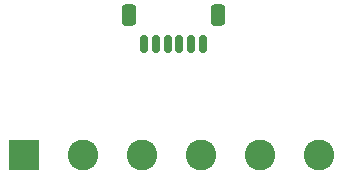
<source format=gts>
%TF.GenerationSoftware,KiCad,Pcbnew,8.0.8*%
%TF.CreationDate,2025-02-10T19:39:04-08:00*%
%TF.ProjectId,Lidar Power Adapter,4c696461-7220-4506-9f77-657220416461,rev?*%
%TF.SameCoordinates,Original*%
%TF.FileFunction,Soldermask,Top*%
%TF.FilePolarity,Negative*%
%FSLAX46Y46*%
G04 Gerber Fmt 4.6, Leading zero omitted, Abs format (unit mm)*
G04 Created by KiCad (PCBNEW 8.0.8) date 2025-02-10 19:39:04*
%MOMM*%
%LPD*%
G01*
G04 APERTURE LIST*
G04 Aperture macros list*
%AMRoundRect*
0 Rectangle with rounded corners*
0 $1 Rounding radius*
0 $2 $3 $4 $5 $6 $7 $8 $9 X,Y pos of 4 corners*
0 Add a 4 corners polygon primitive as box body*
4,1,4,$2,$3,$4,$5,$6,$7,$8,$9,$2,$3,0*
0 Add four circle primitives for the rounded corners*
1,1,$1+$1,$2,$3*
1,1,$1+$1,$4,$5*
1,1,$1+$1,$6,$7*
1,1,$1+$1,$8,$9*
0 Add four rect primitives between the rounded corners*
20,1,$1+$1,$2,$3,$4,$5,0*
20,1,$1+$1,$4,$5,$6,$7,0*
20,1,$1+$1,$6,$7,$8,$9,0*
20,1,$1+$1,$8,$9,$2,$3,0*%
G04 Aperture macros list end*
%ADD10RoundRect,0.150000X-0.150000X-0.625000X0.150000X-0.625000X0.150000X0.625000X-0.150000X0.625000X0*%
%ADD11RoundRect,0.250000X-0.350000X-0.650000X0.350000X-0.650000X0.350000X0.650000X-0.350000X0.650000X0*%
%ADD12R,2.600000X2.600000*%
%ADD13C,2.600000*%
G04 APERTURE END LIST*
D10*
%TO.C,J1*%
X146200000Y-68097800D03*
X147200000Y-68097800D03*
X148200000Y-68097800D03*
X149200000Y-68097800D03*
X150200000Y-68097800D03*
X151200000Y-68097800D03*
D11*
X144900000Y-65572800D03*
X152500000Y-65572800D03*
%TD*%
D12*
%TO.C,J2*%
X136000000Y-77500000D03*
D13*
X141000000Y-77500000D03*
X146000000Y-77500000D03*
X151000000Y-77500000D03*
X156000000Y-77500000D03*
X161000000Y-77500000D03*
%TD*%
M02*

</source>
